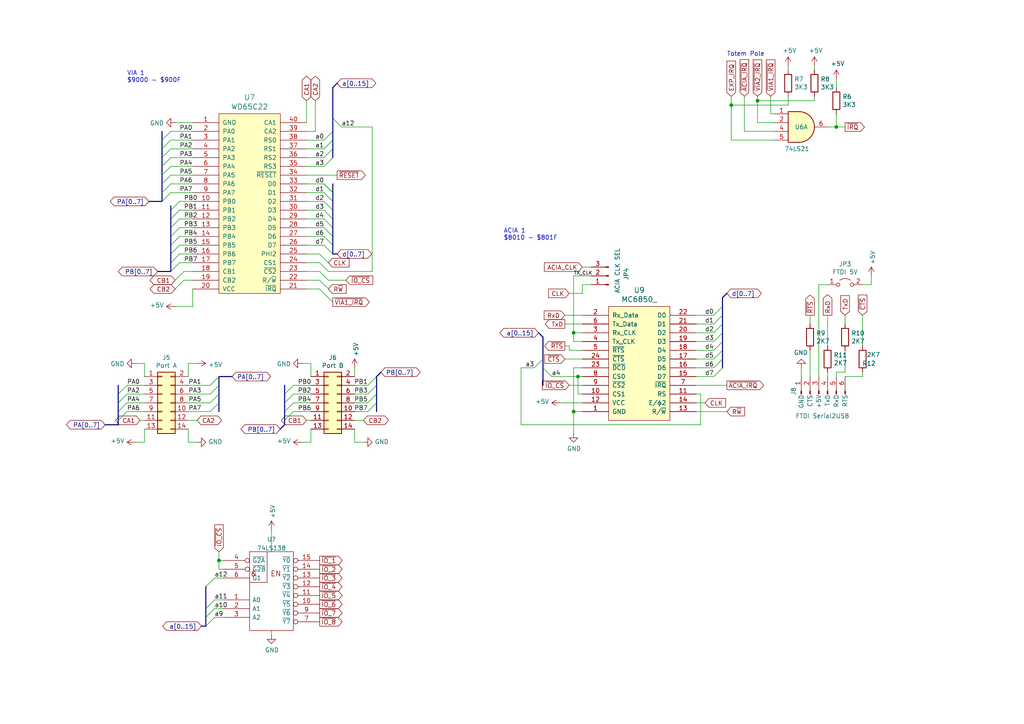
<source format=kicad_sch>
(kicad_sch (version 20211123) (generator eeschema)
  (paper "A4")
  (title_block (title "YAsixfive02 SBC") (date "2022-10-11") (rev "1.5.3") (company "(c) Mariano Luna"))
  (lib_symbols
    (symbol "65xx:MC6850_" (pin_names (offset 1.016))
      (property "Reference" "U" (at 0 -19.05 0))
      (property "Value" "MC6850_" (at 0 -6.35 90))
      (symbol "MC6850__0_1"
        (rectangle (start -8.89 16.51) (end 8.89 -16.51) (fill (type background)))
      )
      (symbol "MC6850__1_1"
        (pin power_in line (at -16.51 -13.97 0) (length 7.62) (name "GND") (number "1"))
        (pin input line (at -16.51 -8.89 0) (length 7.62) (name "CS1") (number "10"))
        (pin input line (at 16.51 -8.89 180) (length 7.62) (name "RS") (number "11"))
        (pin power_in line (at -16.51 -11.43 0) (length 7.62) (name "VCC") (number "12"))
        (pin input line (at 16.51 -13.97 180) (length 7.62) (name "R/~{W}") (number "13"))
        (pin input line (at 16.51 -11.43 180) (length 7.62) (name "E/ϕ2") (number "14"))
        (pin bidirectional line (at 16.51 -3.81 180) (length 7.62) (name "D7") (number "15"))
        (pin bidirectional line (at 16.51 -1.27 180) (length 7.62) (name "D6") (number "16"))
        (pin bidirectional line (at 16.51 1.27 180) (length 7.62) (name "D5") (number "17"))
        (pin bidirectional line (at 16.51 3.81 180) (length 7.62) (name "D4") (number "18"))
        (pin bidirectional line (at 16.51 6.35 180) (length 7.62) (name "D3") (number "19"))
        (pin input line (at -16.51 13.97 0) (length 7.62) (name "Rx_Data") (number "2"))
        (pin bidirectional line (at 16.51 8.89 180) (length 7.62) (name "D2") (number "20"))
        (pin bidirectional line (at 16.51 11.43 180) (length 7.62) (name "D1") (number "21"))
        (pin bidirectional line (at 16.51 13.97 180) (length 7.62) (name "D0") (number "22"))
        (pin input line (at -16.51 -1.27 0) (length 7.62) (name "~{DCD}") (number "23"))
        (pin bidirectional line (at -16.51 1.27 0) (length 7.62) (name "~{CTS}") (number "24"))
        (pin input line (at -16.51 8.89 0) (length 7.62) (name "Rx_CLK") (number "3"))
        (pin input line (at -16.51 6.35 0) (length 7.62) (name "Tx_CLK") (number "4"))
        (pin input line (at -16.51 3.81 0) (length 7.62) (name "~{RTS}") (number "5"))
        (pin output line (at -16.51 11.43 0) (length 7.62) (name "Tx_Data") (number "6"))
        (pin output line (at 16.51 -6.35 180) (length 7.62) (name "~{IRQ}") (number "7"))
        (pin input line (at -16.51 -3.81 0) (length 7.62) (name "CS0") (number "8"))
        (pin input line (at -16.51 -6.35 0) (length 7.62) (name "~{CS2}") (number "9"))
      )
    )
    (symbol "65xx:WD65C22" (pin_names (offset 1.016))
      (property "Reference" "U" (at 0 -29.21 0))
      (property "Value" "WD65C22" (at 0 -2.54 90))
      (symbol "WD65C22_0_1"
        (rectangle (start -8.89 25.4) (end 8.89 -26.67) (fill (type background)))
      )
      (symbol "WD65C22_1_1"
        (pin power_in line (at -16.51 22.86 0) (length 7.62) (name "GND") (number "1"))
        (pin bidirectional line (at -16.51 0 0) (length 7.62) (name "PB0") (number "10"))
        (pin bidirectional line (at -16.51 -2.54 0) (length 7.62) (name "PB1") (number "11"))
        (pin bidirectional line (at -16.51 -5.08 0) (length 7.62) (name "PB2") (number "12"))
        (pin bidirectional line (at -16.51 -7.62 0) (length 7.62) (name "PB3") (number "13"))
        (pin bidirectional line (at -16.51 -10.16 0) (length 7.62) (name "PB4") (number "14"))
        (pin bidirectional line (at -16.51 -12.7 0) (length 7.62) (name "PB5") (number "15"))
        (pin bidirectional line (at -16.51 -15.24 0) (length 7.62) (name "PB6") (number "16"))
        (pin bidirectional line (at -16.51 -17.78 0) (length 7.62) (name "PB7") (number "17"))
        (pin bidirectional line (at -16.51 -20.32 0) (length 7.62) (name "CB1") (number "18"))
        (pin output line (at -16.51 -22.86 0) (length 7.62) (name "CB2") (number "19"))
        (pin bidirectional line (at -16.51 20.32 0) (length 7.62) (name "PA0") (number "2"))
        (pin power_in line (at -16.51 -25.4 0) (length 7.62) (name "VCC") (number "20"))
        (pin output line (at 16.51 -25.4 180) (length 7.62) (name "~{IRQ}") (number "21"))
        (pin input line (at 16.51 -22.86 180) (length 7.62) (name "R/~{W}") (number "22"))
        (pin input line (at 16.51 -20.32 180) (length 7.62) (name "~{CS2}") (number "23"))
        (pin input line (at 16.51 -17.78 180) (length 7.62) (name "CS1") (number "24"))
        (pin input line (at 16.51 -15.24 180) (length 7.62) (name "PHI2") (number "25"))
        (pin tri_state line (at 16.51 -12.7 180) (length 7.62) (name "D7") (number "26"))
        (pin tri_state line (at 16.51 -10.16 180) (length 7.62) (name "D6") (number "27"))
        (pin tri_state line (at 16.51 -7.62 180) (length 7.62) (name "D5") (number "28"))
        (pin tri_state line (at 16.51 -5.08 180) (length 7.62) (name "D4") (number "29"))
        (pin bidirectional line (at -16.51 17.78 0) (length 7.62) (name "PA1") (number "3"))
        (pin tri_state line (at 16.51 -2.54 180) (length 7.62) (name "D3") (number "30"))
        (pin tri_state line (at 16.51 0 180) (length 7.62) (name "D2") (number "31"))
        (pin tri_state line (at 16.51 2.54 180) (length 7.62) (name "D1") (number "32"))
        (pin tri_state line (at 16.51 5.08 180) (length 7.62) (name "D0") (number "33"))
        (pin input line (at 16.51 7.62 180) (length 7.62) (name "~{RESET}") (number "34"))
        (pin input line (at 16.51 10.16 180) (length 7.62) (name "RS3") (number "35"))
        (pin input line (at 16.51 12.7 180) (length 7.62) (name "RS2") (number "36"))
        (pin input line (at 16.51 15.24 180) (length 7.62) (name "RS1") (number "37"))
        (pin input line (at 16.51 17.78 180) (length 7.62) (name "RS0") (number "38"))
        (pin bidirectional line (at 16.51 20.32 180) (length 7.62) (name "CA2") (number "39"))
        (pin bidirectional line (at -16.51 15.24 0) (length 7.62) (name "PA2") (number "4"))
        (pin bidirectional line (at 16.51 22.86 180) (length 7.62) (name "CA1") (number "40"))
        (pin bidirectional line (at -16.51 12.7 0) (length 7.62) (name "PA3") (number "5"))
        (pin bidirectional line (at -16.51 10.16 0) (length 7.62) (name "PA4") (number "6"))
        (pin bidirectional line (at -16.51 7.62 0) (length 7.62) (name "PA5") (number "7"))
        (pin bidirectional line (at -16.51 5.08 0) (length 7.62) (name "PA6") (number "8"))
        (pin bidirectional line (at -16.51 2.54 0) (length 7.62) (name "PA7") (number "9"))
      )
    )
    (symbol "74xx:74LS21" (pin_names (offset 1.016))
      (property "Reference" "U" (at 0 1.27 0))
      (property "Value" "74LS21" (at 0 -1.27 0))
      (symbol "74LS21_1_1"
        (arc (start -0.635 -4.445) (mid 3.81 0) (end -0.635 4.445) (stroke (width 0.254)) (fill (type background)))
        (polyline (pts (xy -0.635 4.445) (xy -3.81 4.445) (xy -3.81 -4.445) (xy -0.635 -4.445)) (stroke (width 0.254)) (fill (type background)))
        (pin input line (at -7.62 3.81 0) (length 3.81) (name "~") (number "1"))
        (pin input line (at -7.62 1.27 0) (length 3.81) (name "~") (number "2"))
        (pin input line (at -7.62 -1.27 0) (length 3.81) (name "~") (number "4"))
        (pin input line (at -7.62 -3.81 0) (length 3.81) (name "~") (number "5"))
        (pin output line (at 7.62 0 180) (length 3.81) (name "~") (number "6"))
      )
      (symbol "74LS21_1_2"
        (arc (start -3.81 -4.445) (mid -2.5908 0) (end -3.81 4.445) (stroke (width 0.254)))
        (arc (start -0.6096 -4.445) (mid 2.2246 -2.8422) (end 3.81 0) (stroke (width 0.254)) (fill (type background)))
        (polyline (pts (xy -3.81 -4.445) (xy -0.635 -4.445)) (stroke (width 0.254)) (fill (type background)))
        (polyline (pts (xy -3.81 4.445) (xy -0.635 4.445)) (stroke (width 0.254)) (fill (type background)))
        (polyline (pts (xy -0.635 4.445) (xy -3.81 4.445) (xy -3.81 4.445) (xy -3.6322 4.0894) (xy -3.0988 2.921) (xy -2.7686 1.6764) (xy -2.6162 0.4318) (xy -2.6416 -0.8636) (xy -2.8702 -2.1082) (xy -3.2512 -3.3274) (xy -3.81 -4.445) (xy -3.81 -4.445) (xy -0.635 -4.445)) (stroke (width -25.4)) (fill (type background)))
        (arc (start 3.81 0) (mid 2.2204 2.8379) (end -0.6096 4.445) (stroke (width 0.254)) (fill (type background)))
        (pin input inverted (at -7.62 3.81 0) (length 3.81) (name "~") (number "1"))
        (pin input inverted (at -7.62 1.27 0) (length 4.826) (name "~") (number "2"))
        (pin input inverted (at -7.62 -1.27 0) (length 4.826) (name "~") (number "4"))
        (pin input inverted (at -7.62 -3.81 0) (length 3.81) (name "~") (number "5"))
        (pin output inverted (at 7.62 0 180) (length 3.81) (name "~") (number "6"))
      )
      (symbol "74LS21_2_1"
        (arc (start -0.635 -4.445) (mid 3.81 0) (end -0.635 4.445) (stroke (width 0.254)) (fill (type background)))
        (polyline (pts (xy -0.635 4.445) (xy -3.81 4.445) (xy -3.81 -4.445) (xy -0.635 -4.445)) (stroke (width 0.254)) (fill (type background)))
        (pin input line (at -7.62 1.27 0) (length 3.81) (name "~") (number "10"))
        (pin input line (at -7.62 -1.27 0) (length 3.81) (name "~") (number "12"))
        (pin input line (at -7.62 -3.81 0) (length 3.81) (name "~") (number "13"))
        (pin output line (at 7.62 0 180) (length 3.81) (name "~") (number "8"))
        (pin input line (at -7.62 3.81 0) (length 3.81) (name "~") (number "9"))
      )
      (symbol "74LS21_2_2"
        (arc (start -3.81 -4.445) (mid -2.5908 0) (end -3.81 4.445) (stroke (width 0.254)))
        (arc (start -0.6096 -4.445) (mid 2.2246 -2.8422) (end 3.81 0) (stroke (width 0.254)) (fill (type background)))
        (polyline (pts (xy -3.81 -4.445) (xy -0.635 -4.445)) (stroke (width 0.254)) (fill (type background)))
        (polyline (pts (xy -3.81 4.445) (xy -0.635 4.445)) (stroke (width 0.254)) (fill (type background)))
        (polyline (pts (xy -0.635 4.445) (xy -3.81 4.445) (xy -3.81 4.445) (xy -3.6322 4.0894) (xy -3.0988 2.921) (xy -2.7686 1.6764) (xy -2.6162 0.4318) (xy -2.6416 -0.8636) (xy -2.8702 -2.1082) (xy -3.2512 -3.3274) (xy -3.81 -4.445) (xy -3.81 -4.445) (xy -0.635 -4.445)) (stroke (width -25.4)) (fill (type background)))
        (arc (start 3.81 0) (mid 2.2204 2.8379) (end -0.6096 4.445) (stroke (width 0.254)) (fill (type background)))
        (pin input inverted (at -7.62 1.27 0) (length 4.826) (name "~") (number "10"))
        (pin input inverted (at -7.62 -1.27 0) (length 4.826) (name "~") (number "12"))
        (pin input inverted (at -7.62 -3.81 0) (length 3.81) (name "~") (number "13"))
        (pin output inverted (at 7.62 0 180) (length 3.81) (name "~") (number "8"))
        (pin input inverted (at -7.62 3.81 0) (length 3.81) (name "~") (number "9"))
      )
      (symbol "74LS21_3_0"
        (pin power_in line (at 0 12.7 270) (length 5.08) (name "VCC") (number "14"))
        (pin power_in line (at 0 -12.7 90) (length 5.08) (name "GND") (number "7"))
      )
      (symbol "74LS21_3_1"
        (rectangle (start -5.08 7.62) (end 5.08 -7.62) (stroke (width 0.254)) (fill (type background)))
      )
    )
    (symbol "74xx_IEEE:74LS138" (pin_names (offset 0.762))
      (property "Reference" "U" (at 3.81 8.89 0))
      (property "Value" "74LS138" (at 8.89 -16.51 0))
      (symbol "74LS138_0_0"
        (polyline (pts (xy -1.27 7.62) (xy -1.27 -1.27) (xy -6.35 -1.27) (xy -6.35 -1.27)))
        (text "&" (at -5.08 1.27 0) (effects (font (size 1.524 1.524))))
        (text "EN" (at 1.27 1.27 0) (effects (font (size 1.524 1.524))))
        (pin power_in line (at 0 7.62 270) (length 0) hide (name "VCC") (number "16"))
      )
      (symbol "74LS138_0_1"
        (rectangle (start -6.35 7.62) (end 6.35 -15.24))
      )
      (symbol "74LS138_1_1"
        (pin input line (at -13.97 -6.35 0) (length 7.62) (name "A0") (number "1"))
        (pin output inverted (at 13.97 -7.62 180) (length 7.62) (name "~{Y5}") (number "10"))
        (pin output inverted (at 13.97 -5.08 180) (length 7.62) (name "~{Y4}") (number "11"))
        (pin output inverted (at 13.97 -2.54 180) (length 7.62) (name "~{Y3}") (number "12"))
        (pin output inverted (at 13.97 0 180) (length 7.62) (name "~{Y2}") (number "13"))
        (pin output inverted (at 13.97 2.54 180) (length 7.62) (name "~{Y1}") (number "14"))
        (pin output inverted (at 13.97 5.08 180) (length 7.62) (name "~{Y0}") (number "15"))
        (pin input line (at -13.97 -8.89 0) (length 7.62) (name "A1") (number "2"))
        (pin input line (at -13.97 -11.43 0) (length 7.62) (name "A2") (number "3"))
        (pin input inverted (at -13.97 5.08 0) (length 7.62) (name "~{G2A}") (number "4"))
        (pin input inverted (at -13.97 2.54 0) (length 7.62) (name "~{G2B}") (number "5"))
        (pin input line (at -13.97 0 0) (length 7.62) (name "G1") (number "6"))
        (pin output inverted (at 13.97 -12.7 180) (length 7.62) (name "~{Y7}") (number "7"))
        (pin power_in line (at 0 -15.24 90) (length 0) hide (name "GND") (number "8"))
        (pin output inverted (at 13.97 -10.16 180) (length 7.62) (name "~{Y6}") (number "9"))
      )
    )
    (symbol "Connector:Conn_01x03_Male" (pin_names (offset 1.016) hide)
      (property "Reference" "J" (at 0 5.08 0))
      (property "Value" "Conn_01x03_Male" (at 0 -5.08 0))
      (symbol "Conn_01x03_Male_1_1"
        (polyline (pts (xy 1.27 -2.54) (xy 0.8636 -2.54)) (stroke (width 0.1524)))
        (polyline (pts (xy 1.27 0) (xy 0.8636 0)) (stroke (width 0.1524)))
        (polyline (pts (xy 1.27 2.54) (xy 0.8636 2.54)) (stroke (width 0.1524)))
        (rectangle (start 0.8636 -2.413) (end 0 -2.667) (stroke (width 0.1524)) (fill (type outline)))
        (rectangle (start 0.8636 0.127) (end 0 -0.127) (stroke (width 0.1524)) (fill (type outline)))
        (rectangle (start 0.8636 2.667) (end 0 2.413) (stroke (width 0.1524)) (fill (type outline)))
        (pin passive line (at 5.08 2.54 180) (length 3.81) (name "Pin_1") (number "1"))
        (pin passive line (at 5.08 0 180) (length 3.81) (name "Pin_2") (number "2"))
        (pin passive line (at 5.08 -2.54 180) (length 3.81) (name "Pin_3") (number "3"))
      )
    )
    (symbol "Connector_Generic:Conn_02x07_Odd_Even" (pin_names (offset 1.016) hide)
      (property "Reference" "J" (at 1.27 10.16 0))
      (property "Value" "Conn_02x07_Odd_Even" (at 1.27 -10.16 0))
      (symbol "Conn_02x07_Odd_Even_1_1"
        (rectangle (start -1.27 -7.493) (end 0 -7.747) (stroke (width 0.1524)))
        (rectangle (start -1.27 -4.953) (end 0 -5.207) (stroke (width 0.1524)))
        (rectangle (start -1.27 -2.413) (end 0 -2.667) (stroke (width 0.1524)))
        (rectangle (start -1.27 0.127) (end 0 -0.127) (stroke (width 0.1524)))
        (rectangle (start -1.27 2.667) (end 0 2.413) (stroke (width 0.1524)))
        (rectangle (start -1.27 5.207) (end 0 4.953) (stroke (width 0.1524)))
        (rectangle (start -1.27 7.747) (end 0 7.493) (stroke (width 0.1524)))
        (rectangle (start -1.27 8.89) (end 3.81 -8.89) (stroke (width 0.254)) (fill (type background)))
        (rectangle (start 3.81 -7.493) (end 2.54 -7.747) (stroke (width 0.1524)))
        (rectangle (start 3.81 -4.953) (end 2.54 -5.207) (stroke (width 0.1524)))
        (rectangle (start 3.81 -2.413) (end 2.54 -2.667) (stroke (width 0.1524)))
        (rectangle (start 3.81 0.127) (end 2.54 -0.127) (stroke (width 0.1524)))
        (rectangle (start 3.81 2.667) (end 2.54 2.413) (stroke (width 0.1524)))
        (rectangle (start 3.81 5.207) (end 2.54 4.953) (stroke (width 0.1524)))
        (rectangle (start 3.81 7.747) (end 2.54 7.493) (stroke (width 0.1524)))
        (pin passive line (at -5.08 7.62 0) (length 3.81) (name "Pin_1") (number "1"))
        (pin passive line (at 7.62 -2.54 180) (length 3.81) (name "Pin_10") (number "10"))
        (pin passive line (at -5.08 -5.08 0) (length 3.81) (name "Pin_11") (number "11"))
        (pin passive line (at 7.62 -5.08 180) (length 3.81) (name "Pin_12") (number "12"))
        (pin passive line (at -5.08 -7.62 0) (length 3.81) (name "Pin_13") (number "13"))
        (pin passive line (at 7.62 -7.62 180) (length 3.81) (name "Pin_14") (number "14"))
        (pin passive line (at 7.62 7.62 180) (length 3.81) (name "Pin_2") (number "2"))
        (pin passive line (at -5.08 5.08 0) (length 3.81) (name "Pin_3") (number "3"))
        (pin passive line (at 7.62 5.08 180) (length 3.81) (name "Pin_4") (number "4"))
        (pin passive line (at -5.08 2.54 0) (length 3.81) (name "Pin_5") (number "5"))
        (pin passive line (at 7.62 2.54 180) (length 3.81) (name "Pin_6") (number "6"))
        (pin passive line (at -5.08 0 0) (length 3.81) (name "Pin_7") (number "7"))
        (pin passive line (at 7.62 0 180) (length 3.81) (name "Pin_8") (number "8"))
        (pin passive line (at -5.08 -2.54 0) (length 3.81) (name "Pin_9") (number "9"))
      )
    )
    (symbol "Device:R" (pin_numbers hide) (pin_names (offset 0))
      (property "Reference" "R" (at 2.032 0 90))
      (property "Value" "R" (at 0 0 90))
      (symbol "R_0_1"
        (rectangle (start -1.016 -2.54) (end 1.016 2.54) (stroke (width 0.254)))
      )
      (symbol "R_1_1"
        (pin passive line (at 0 3.81 270) (length 1.27) (name "~") (number "1"))
        (pin passive line (at 0 -3.81 90) (length 1.27) (name "~") (number "2"))
      )
    )
    (symbol "Jumper:Jumper_2_Open" (pin_names (offset 0) hide)
      (property "Reference" "JP" (at 0 2.794 0))
      (property "Value" "Jumper_2_Open" (at 0 -2.286 0))
      (symbol "Jumper_2_Open_0_0"
        (circle (center -2.032 0) (radius 0.508))
        (circle (center 2.032 0) (radius 0.508))
      )
      (symbol "Jumper_2_Open_0_1"
        (arc (start 1.524 1.27) (mid 0 1.778) (end -1.524 1.27))
      )
      (symbol "Jumper_2_Open_1_1"
        (pin passive line (at -5.08 0 0) (length 2.54) (name "A") (number "1"))
        (pin passive line (at 5.08 0 180) (length 2.54) (name "B") (number "2"))
      )
    )
    (symbol "YAsixtyfive02-rescue:FTDI_Conn_01x06_Male-Connector" (pin_names (offset 1.397))
      (property "Reference" "J" (at 0 7.62 0))
      (property "Value" "FTDI_Conn_01x06_Male-Connector" (at 0 -10.16 0))
      (symbol "FTDI_Conn_01x06_Male-Connector_1_1"
        (polyline (pts (xy 1.27 -7.62) (xy 0.8636 -7.62)) (stroke (width 0.1524)))
        (polyline (pts (xy 1.27 -5.08) (xy 0.8636 -5.08)) (stroke (width 0.1524)))
        (polyline (pts (xy 1.27 -2.54) (xy 0.8636 -2.54)) (stroke (width 0.1524)))
        (polyline (pts (xy 1.27 0) (xy 0.8636 0)) (stroke (width 0.1524)))
        (polyline (pts (xy 1.27 2.54) (xy 0.8636 2.54)) (stroke (width 0.1524)))
        (polyline (pts (xy 1.27 5.08) (xy 0.8636 5.08)) (stroke (width 0.1524)))
        (rectangle (start 0.8636 -7.493) (end 0 -7.747) (stroke (width 0.1524)) (fill (type outline)))
        (rectangle (start 0.8636 -4.953) (end 0 -5.207) (stroke (width 0.1524)) (fill (type outline)))
        (rectangle (start 0.8636 -2.413) (end 0 -2.667) (stroke (width 0.1524)) (fill (type outline)))
        (rectangle (start 0.8636 0.127) (end 0 -0.127) (stroke (width 0.1524)) (fill (type outline)))
        (rectangle (start 0.8636 2.667) (end 0 2.413) (stroke (width 0.1524)) (fill (type outline)))
        (rectangle (start 0.8636 5.207) (end 0 4.953) (stroke (width 0.1524)) (fill (type outline)))
        (pin passive line (at 5.08 5.08 180) (length 3.81) (name "GND") (number "1"))
        (pin input line (at 5.08 2.54 180) (length 3.81) (name "CTS") (number "2"))
        (pin passive line (at 5.08 0 180) (length 3.81) (name "+5V") (number "3"))
        (pin output line (at 5.08 -2.54 180) (length 3.81) (name "TxD") (number "4"))
        (pin input line (at 5.08 -5.08 180) (length 3.81) (name "RxD") (number "5"))
        (pin output line (at 5.08 -7.62 180) (length 3.81) (name "RTS") (number "6"))
      )
    )
    (symbol "power:+5V" (power) (pin_names (offset 0))
      (property "Value" "+5V" (at 0 3.556 0))
      (symbol "+5V_0_1"
        (polyline (pts (xy -0.762 1.27) (xy 0 2.54)))
        (polyline (pts (xy 0 0) (xy 0 2.54)))
        (polyline (pts (xy 0 2.54) (xy 0.762 1.27)))
      )
      (symbol "+5V_1_1"
        (pin power_in line (at 0 0 90) (length 0) hide (name "+5V") (number "1"))
      )
    )
    (symbol "power:GND" (power) (pin_names (offset 0))
      (property "Value" "GND" (at 0 -3.81 0))
      (symbol "GND_0_1"
        (polyline (pts (xy 0 0) (xy 0 -1.27) (xy 1.27 -1.27) (xy 0 -2.54) (xy -1.27 -1.27) (xy 0 -1.27)))
      )
      (symbol "GND_1_1"
        (pin power_in line (at 0 0 270) (length 0) hide (name "GND") (number "1"))
      )
    )
  )
  (junction (at 167.64 109.22))
  (junction (at 166.37 119.38))
  (junction (at 219.71 29.21))
  (junction (at 212.09 30.48))
  (junction (at 242.57 36.83))
  (junction (at 166.37 96.52))
  (junction (at 63.5 162.56))
  (bus_entry (at 46.99 55.88) (size 2.54 -2.54))
  (bus_entry (at 207.01 104.14) (size 2.54 -2.54))
  (bus_entry (at 207.01 106.68) (size 2.54 -2.54))
  (bus_entry (at 63.5 114.3) (size -2.54 2.54))
  (bus_entry (at 34.29 114.3) (size 2.54 -2.54))
  (bus_entry (at 34.29 116.84) (size 2.54 -2.54))
  (bus_entry (at 207.01 91.44) (size 2.54 -2.54))
  (bus_entry (at 109.22 109.22) (size -2.54 2.54))
  (bus_entry (at 46.99 48.26) (size 2.54 -2.54))
  (bus_entry (at 34.29 121.92) (size 2.54 -2.54))
  (bus_entry (at 63.5 111.76) (size -2.54 2.54))
  (bus_entry (at 49.53 73.66) (size 2.54 -2.54))
  (bus_entry (at 49.53 63.5) (size 2.54 -2.54))
  (bus_entry (at 49.53 76.2) (size 2.54 -2.54))
  (bus_entry (at 93.98 48.26) (size 2.54 -2.54))
  (bus_entry (at 109.22 111.76) (size -2.54 2.54))
  (bus_entry (at 82.55 116.84) (size 2.54 -2.54))
  (bus_entry (at 59.69 181.61) (size 2.54 -2.54))
  (bus_entry (at 96.52 34.29) (size 2.54 2.54))
  (bus_entry (at 93.98 60.96) (size 2.54 2.54))
  (bus_entry (at 82.55 114.3) (size 2.54 -2.54))
  (bus_entry (at 49.53 66.04) (size 2.54 -2.54))
  (bus_entry (at 93.98 58.42) (size 2.54 2.54))
  (bus_entry (at 93.98 63.5) (size 2.54 2.54))
  (bus_entry (at 207.01 109.22) (size 2.54 -2.54))
  (bus_entry (at 93.98 45.72) (size 2.54 -2.54))
  (bus_entry (at 154.94 106.68) (size 2.54 -2.54))
  (bus_entry (at 46.99 58.42) (size 2.54 -2.54))
  (bus_entry (at 109.22 114.3) (size -2.54 2.54))
  (bus_entry (at 59.69 170.18) (size 2.54 -2.54))
  (bus_entry (at 59.69 176.53) (size 2.54 -2.54))
  (bus_entry (at 59.69 179.07) (size 2.54 -2.54))
  (bus_entry (at 93.98 68.58) (size 2.54 2.54))
  (bus_entry (at 49.53 68.58) (size 2.54 -2.54))
  (bus_entry (at 109.22 116.84) (size -2.54 2.54))
  (bus_entry (at 93.98 53.34) (size 2.54 2.54))
  (bus_entry (at 93.98 53.34) (size 2.54 2.54))
  (bus_entry (at 46.99 43.18) (size 2.54 -2.54))
  (bus_entry (at 93.98 40.64) (size 2.54 -2.54))
  (bus_entry (at 82.55 121.92) (size 2.54 -2.54))
  (bus_entry (at 207.01 99.06) (size 2.54 -2.54))
  (bus_entry (at 207.01 96.52) (size 2.54 -2.54))
  (bus_entry (at 49.53 71.12) (size 2.54 -2.54))
  (bus_entry (at 46.99 45.72) (size 2.54 -2.54))
  (bus_entry (at 46.99 40.64) (size 2.54 -2.54))
  (bus_entry (at 46.99 53.34) (size 2.54 -2.54))
  (bus_entry (at 93.98 43.18) (size 2.54 -2.54))
  (bus_entry (at 49.53 78.74) (size 2.54 -2.54))
  (bus_entry (at 49.53 60.96) (size 2.54 -2.54))
  (bus_entry (at 63.5 109.22) (size -2.54 2.54))
  (bus_entry (at 207.01 93.98) (size 2.54 -2.54))
  (bus_entry (at 82.55 119.38) (size 2.54 -2.54))
  (bus_entry (at 93.98 71.12) (size 2.54 2.54))
  (bus_entry (at 157.48 106.68) (size 2.54 2.54))
  (bus_entry (at 46.99 50.8) (size 2.54 -2.54))
  (bus_entry (at 63.5 116.84) (size -2.54 2.54))
  (bus_entry (at 93.98 55.88) (size 2.54 2.54))
  (bus_entry (at 207.01 101.6) (size 2.54 -2.54))
  (bus_entry (at 34.29 119.38) (size 2.54 -2.54))
  (bus_entry (at 93.98 66.04) (size 2.54 2.54))
  (wire (pts (xy 102.87 124.46) (xy 102.87 128.27)))
  (bus (pts (xy 63.5 109.22) (xy 63.5 111.76)))
  (wire (pts (xy 62.23 173.99) (xy 64.77 173.99)))
  (wire (pts (xy 168.91 77.47) (xy 171.45 77.47)))
  (wire (pts (xy 52.07 73.66) (xy 55.88 73.66)))
  (wire (pts (xy 102.87 116.84) (xy 106.68 116.84)))
  (bus (pts (xy 157.48 97.79) (xy 156.21 96.52)))
  (wire (pts (xy 245.11 107.95) (xy 245.11 101.6)))
  (bus (pts (xy 96.52 71.12) (xy 96.52 73.66)))
  (bus (pts (xy 30.48 123.19) (xy 34.29 123.19)))
  (bus (pts (xy 96.52 40.64) (xy 96.52 43.18)))
  (wire (pts (xy 90.17 105.41) (xy 87.63 105.41)))
  (wire (pts (xy 102.87 109.22) (xy 102.87 106.68)))
  (bus (pts (xy 49.53 71.12) (xy 49.53 73.66)))
  (wire (pts (xy 95.25 76.2) (xy 92.71 73.66)))
  (bus (pts (xy 96.52 34.29) (xy 96.52 38.1)))
  (bus (pts (xy 96.52 63.5) (xy 96.52 66.04)))
  (wire (pts (xy 90.17 121.92) (xy 88.9 121.92)))
  (wire (pts (xy 88.9 50.8) (xy 97.79 50.8)))
  (wire (pts (xy 88.9 38.1) (xy 91.44 38.1)))
  (wire (pts (xy 49.53 43.18) (xy 55.88 43.18)))
  (bus (pts (xy 96.52 53.34) (xy 96.52 55.88)))
  (bus (pts (xy 46.99 48.26) (xy 46.99 50.8)))
  (bus (pts (xy 63.5 114.3) (xy 63.5 116.84)))
  (wire (pts (xy 165.1 85.09) (xy 168.91 85.09)))
  (wire (pts (xy 201.93 111.76) (xy 210.82 111.76)))
  (wire (pts (xy 88.9 71.12) (xy 93.98 71.12)))
  (bus (pts (xy 34.29 114.3) (xy 34.29 116.84)))
  (wire (pts (xy 49.53 38.1) (xy 55.88 38.1)))
  (wire (pts (xy 168.91 93.98) (xy 163.83 93.98)))
  (wire (pts (xy 92.71 76.2) (xy 95.25 78.74)))
  (bus (pts (xy 96.52 58.42) (xy 96.52 60.96)))
  (wire (pts (xy 60.96 111.76) (xy 54.61 111.76)))
  (bus (pts (xy 109.22 109.22) (xy 110.49 107.95)))
  (wire (pts (xy 242.57 109.22) (xy 242.57 107.95)))
  (wire (pts (xy 107.95 78.74) (xy 107.95 36.83)))
  (wire (pts (xy 215.9 27.94) (xy 215.9 38.1)))
  (wire (pts (xy 207.01 99.06) (xy 201.93 99.06)))
  (bus (pts (xy 96.52 73.66) (xy 97.79 73.66)))
  (wire (pts (xy 107.95 36.83) (xy 99.06 36.83)))
  (wire (pts (xy 219.71 35.56) (xy 224.79 35.56)))
  (wire (pts (xy 41.91 105.41) (xy 39.37 105.41)))
  (wire (pts (xy 88.9 76.2) (xy 92.71 76.2)))
  (bus (pts (xy 49.53 68.58) (xy 49.53 71.12)))
  (wire (pts (xy 237.49 82.55) (xy 237.49 109.22)))
  (wire (pts (xy 201.93 116.84) (xy 204.47 116.84)))
  (wire (pts (xy 234.95 101.6) (xy 234.95 109.22)))
  (wire (pts (xy 242.57 33.02) (xy 242.57 36.83)))
  (wire (pts (xy 166.37 96.52) (xy 168.91 96.52)))
  (wire (pts (xy 219.71 29.21) (xy 219.71 35.56)))
  (wire (pts (xy 63.5 162.56) (xy 64.77 162.56)))
  (wire (pts (xy 236.22 20.32) (xy 236.22 19.05)))
  (wire (pts (xy 168.91 106.68) (xy 166.37 106.68)))
  (bus (pts (xy 157.48 104.14) (xy 157.48 106.68)))
  (wire (pts (xy 92.71 83.82) (xy 96.52 87.63)))
  (bus (pts (xy 49.53 76.2) (xy 49.53 78.74)))
  (wire (pts (xy 168.91 114.3) (xy 167.64 114.3)))
  (wire (pts (xy 49.53 45.72) (xy 55.88 45.72)))
  (bus (pts (xy 46.99 38.1) (xy 46.99 40.64)))
  (wire (pts (xy 88.9 68.58) (xy 93.98 68.58)))
  (wire (pts (xy 250.19 82.55) (xy 252.73 82.55)))
  (wire (pts (xy 57.15 128.27) (xy 54.61 128.27)))
  (wire (pts (xy 219.71 27.94) (xy 219.71 29.21)))
  (wire (pts (xy 228.6 20.32) (xy 228.6 19.05)))
  (bus (pts (xy 209.55 93.98) (xy 209.55 96.52)))
  (bus (pts (xy 59.69 179.07) (xy 59.69 176.53)))
  (wire (pts (xy 240.03 82.55) (xy 237.49 82.55)))
  (wire (pts (xy 88.9 81.28) (xy 92.71 81.28)))
  (bus (pts (xy 82.55 119.38) (xy 82.55 121.92)))
  (wire (pts (xy 240.03 91.44) (xy 240.03 100.33)))
  (wire (pts (xy 168.91 119.38) (xy 166.37 119.38)))
  (wire (pts (xy 90.17 124.46) (xy 90.17 128.27)))
  (wire (pts (xy 88.9 78.74) (xy 92.71 78.74)))
  (wire (pts (xy 49.53 50.8) (xy 55.88 50.8)))
  (wire (pts (xy 55.88 88.9) (xy 55.88 83.82)))
  (wire (pts (xy 228.6 27.94) (xy 228.6 30.48)))
  (wire (pts (xy 88.9 83.82) (xy 92.71 83.82)))
  (wire (pts (xy 52.07 66.04) (xy 55.88 66.04)))
  (bus (pts (xy 59.69 179.07) (xy 59.69 181.61)))
  (wire (pts (xy 212.09 27.94) (xy 212.09 30.48)))
  (wire (pts (xy 163.83 100.33) (xy 165.1 100.33)))
  (bus (pts (xy 34.29 111.76) (xy 34.29 114.3)))
  (wire (pts (xy 240.03 36.83) (xy 242.57 36.83)))
  (wire (pts (xy 245.11 109.22) (xy 250.19 109.22)))
  (wire (pts (xy 201.93 119.38) (xy 210.82 119.38)))
  (wire (pts (xy 64.77 165.1) (xy 63.5 165.1)))
  (bus (pts (xy 209.55 86.36) (xy 209.55 88.9)))
  (bus (pts (xy 67.31 109.22) (xy 63.5 109.22)))
  (wire (pts (xy 207.01 93.98) (xy 201.93 93.98)))
  (wire (pts (xy 54.61 121.92) (xy 57.15 121.92)))
  (bus (pts (xy 49.53 78.74) (xy 45.72 78.74)))
  (bus (pts (xy 157.48 97.79) (xy 157.48 104.14)))
  (wire (pts (xy 85.09 111.76) (xy 90.17 111.76)))
  (wire (pts (xy 168.91 109.22) (xy 167.64 109.22)))
  (bus (pts (xy 49.53 73.66) (xy 49.53 76.2)))
  (wire (pts (xy 168.91 85.09) (xy 168.91 82.55)))
  (wire (pts (xy 88.9 40.64) (xy 93.98 40.64)))
  (wire (pts (xy 36.83 119.38) (xy 41.91 119.38)))
  (wire (pts (xy 62.23 176.53) (xy 64.77 176.53)))
  (wire (pts (xy 52.07 76.2) (xy 55.88 76.2)))
  (bus (pts (xy 46.99 53.34) (xy 46.99 55.88)))
  (wire (pts (xy 203.2 123.19) (xy 203.2 114.3)))
  (bus (pts (xy 96.52 60.96) (xy 96.52 63.5)))
  (wire (pts (xy 228.6 30.48) (xy 212.09 30.48)))
  (wire (pts (xy 223.52 33.02) (xy 224.79 33.02)))
  (wire (pts (xy 63.5 165.1) (xy 63.5 162.56)))
  (wire (pts (xy 49.53 40.64) (xy 55.88 40.64)))
  (bus (pts (xy 96.52 66.04) (xy 96.52 68.58)))
  (wire (pts (xy 62.23 167.64) (xy 64.77 167.64)))
  (wire (pts (xy 53.34 78.74) (xy 55.88 78.74)))
  (bus (pts (xy 46.99 43.18) (xy 46.99 45.72)))
  (wire (pts (xy 102.87 121.92) (xy 105.41 121.92)))
  (bus (pts (xy 59.69 170.18) (xy 59.69 176.53)))
  (wire (pts (xy 52.07 58.42) (xy 55.88 58.42)))
  (wire (pts (xy 53.34 81.28) (xy 55.88 81.28)))
  (wire (pts (xy 165.1 111.76) (xy 168.91 111.76)))
  (wire (pts (xy 236.22 27.94) (xy 236.22 29.21)))
  (wire (pts (xy 62.23 179.07) (xy 64.77 179.07)))
  (wire (pts (xy 212.09 40.64) (xy 224.79 40.64)))
  (bus (pts (xy 209.55 101.6) (xy 209.55 104.14)))
  (wire (pts (xy 212.09 30.48) (xy 212.09 40.64)))
  (wire (pts (xy 93.98 43.18) (xy 88.9 43.18)))
  (bus (pts (xy 96.52 38.1) (xy 96.52 40.64)))
  (wire (pts (xy 57.15 105.41) (xy 54.61 105.41)))
  (wire (pts (xy 60.96 114.3) (xy 54.61 114.3)))
  (wire (pts (xy 224.79 38.1) (xy 215.9 38.1)))
  (wire (pts (xy 201.93 96.52) (xy 207.01 96.52)))
  (wire (pts (xy 50.8 83.82) (xy 53.34 81.28)))
  (bus (pts (xy 82.55 121.92) (xy 82.55 123.19)))
  (bus (pts (xy 109.22 109.22) (xy 109.22 111.76)))
  (wire (pts (xy 78.74 182.88) (xy 78.74 184.15)))
  (bus (pts (xy 209.55 96.52) (xy 209.55 99.06)))
  (wire (pts (xy 49.53 53.34) (xy 55.88 53.34)))
  (wire (pts (xy 168.91 82.55) (xy 171.45 82.55)))
  (wire (pts (xy 36.83 114.3) (xy 41.91 114.3)))
  (bus (pts (xy 34.29 121.92) (xy 34.29 123.19)))
  (wire (pts (xy 41.91 128.27) (xy 39.37 128.27)))
  (wire (pts (xy 92.71 78.74) (xy 95.25 81.28)))
  (bus (pts (xy 96.52 43.18) (xy 96.52 45.72)))
  (wire (pts (xy 88.9 35.56) (xy 88.9 29.21)))
  (wire (pts (xy 36.83 116.84) (xy 41.91 116.84)))
  (bus (pts (xy 209.55 91.44) (xy 209.55 93.98)))
  (wire (pts (xy 50.8 81.28) (xy 53.34 78.74)))
  (bus (pts (xy 59.69 181.61) (xy 58.42 181.61)))
  (wire (pts (xy 223.52 27.94) (xy 223.52 33.02)))
  (wire (pts (xy 167.64 109.22) (xy 160.02 109.22)))
  (wire (pts (xy 85.09 119.38) (xy 90.17 119.38)))
  (wire (pts (xy 92.71 81.28) (xy 95.25 83.82)))
  (wire (pts (xy 163.83 104.14) (xy 168.91 104.14)))
  (wire (pts (xy 49.53 55.88) (xy 55.88 55.88)))
  (bus (pts (xy 46.99 50.8) (xy 46.99 53.34)))
  (bus (pts (xy 82.55 123.19) (xy 81.28 124.46)))
  (bus (pts (xy 46.99 55.88) (xy 46.99 58.42)))
  (wire (pts (xy 92.71 73.66) (xy 88.9 73.66)))
  (wire (pts (xy 90.17 128.27) (xy 87.63 128.27)))
  (wire (pts (xy 151.13 106.68) (xy 151.13 123.19)))
  (bus (pts (xy 96.52 55.88) (xy 96.52 58.42)))
  (wire (pts (xy 54.61 124.46) (xy 54.61 128.27)))
  (bus (pts (xy 49.53 63.5) (xy 49.53 66.04)))
  (wire (pts (xy 201.93 106.68) (xy 207.01 106.68)))
  (wire (pts (xy 88.9 53.34) (xy 93.98 53.34)))
  (wire (pts (xy 201.93 101.6) (xy 207.01 101.6)))
  (wire (pts (xy 49.53 48.26) (xy 55.88 48.26)))
  (wire (pts (xy 242.57 36.83) (xy 245.11 36.83)))
  (bus (pts (xy 96.52 25.4) (xy 96.52 34.29)))
  (wire (pts (xy 54.61 109.22) (xy 54.61 105.41)))
  (wire (pts (xy 162.56 116.84) (xy 168.91 116.84)))
  (wire (pts (xy 242.57 107.95) (xy 245.11 107.95)))
  (bus (pts (xy 49.53 59.69) (xy 49.53 60.96)))
  (bus (pts (xy 157.48 106.68) (xy 157.48 111.76)))
  (wire (pts (xy 88.9 45.72) (xy 93.98 45.72)))
  (bus (pts (xy 34.29 116.84) (xy 34.29 119.38)))
  (wire (pts (xy 154.94 106.68) (xy 151.13 106.68)))
  (wire (pts (xy 242.57 25.4) (xy 242.57 22.86)))
  (wire (pts (xy 88.9 66.04) (xy 93.98 66.04)))
  (wire (pts (xy 88.9 58.42) (xy 93.98 58.42)))
  (wire (pts (xy 151.13 123.19) (xy 203.2 123.19)))
  (wire (pts (xy 250.19 100.33) (xy 250.19 91.44)))
  (wire (pts (xy 165.1 100.33) (xy 165.1 101.6)))
  (wire (pts (xy 52.07 63.5) (xy 55.88 63.5)))
  (wire (pts (xy 85.09 114.3) (xy 90.17 114.3)))
  (wire (pts (xy 36.83 111.76) (xy 41.91 111.76)))
  (bus (pts (xy 34.29 119.38) (xy 34.29 121.92)))
  (wire (pts (xy 166.37 106.68) (xy 166.37 119.38)))
  (bus (pts (xy 209.55 88.9) (xy 209.55 91.44)))
  (wire (pts (xy 50.8 88.9) (xy 55.88 88.9)))
  (wire (pts (xy 207.01 109.22) (xy 201.93 109.22)))
  (wire (pts (xy 102.87 111.76) (xy 106.68 111.76)))
  (bus (pts (xy 209.55 86.36) (xy 210.82 85.09)))
  (bus (pts (xy 109.22 111.76) (xy 109.22 114.3)))
  (wire (pts (xy 95.25 78.74) (xy 107.95 78.74)))
  (wire (pts (xy 63.5 160.02) (xy 63.5 162.56)))
  (bus (pts (xy 43.18 58.42) (xy 46.99 58.42)))
  (bus (pts (xy 82.55 111.76) (xy 82.55 114.3)))
  (wire (pts (xy 90.17 109.22) (xy 90.17 105.41)))
  (wire (pts (xy 88.9 55.88) (xy 93.98 55.88)))
  (wire (pts (xy 91.44 38.1) (xy 91.44 29.21)))
  (wire (pts (xy 234.95 91.44) (xy 234.95 93.98)))
  (wire (pts (xy 252.73 82.55) (xy 252.73 80.01)))
  (wire (pts (xy 102.87 114.3) (xy 106.68 114.3)))
  (bus (pts (xy 96.52 25.4) (xy 97.79 24.13)))
  (wire (pts (xy 163.83 91.44) (xy 168.91 91.44)))
  (bus (pts (xy 63.5 111.76) (xy 63.5 114.3)))
  (bus (pts (xy 46.99 40.64) (xy 46.99 43.18)))
  (wire (pts (xy 52.07 71.12) (xy 55.88 71.12)))
  (wire (pts (xy 250.19 109.22) (xy 250.19 107.95)))
  (wire (pts (xy 52.07 68.58) (xy 55.88 68.58)))
  (bus (pts (xy 82.55 116.84) (xy 82.55 119.38)))
  (wire (pts (xy 60.96 116.84) (xy 54.61 116.84)))
  (wire (pts (xy 232.41 109.22) (xy 232.41 106.68)))
  (wire (pts (xy 93.98 48.26) (xy 88.9 48.26)))
  (wire (pts (xy 167.64 114.3) (xy 167.64 109.22)))
  (bus (pts (xy 96.52 68.58) (xy 96.52 71.12)))
  (wire (pts (xy 245.11 91.44) (xy 245.11 93.98)))
  (wire (pts (xy 207.01 104.14) (xy 201.93 104.14)))
  (wire (pts (xy 105.41 128.27) (xy 102.87 128.27)))
  (wire (pts (xy 85.09 116.84) (xy 90.17 116.84)))
  (bus (pts (xy 109.22 114.3) (xy 109.22 116.84)))
  (wire (pts (xy 78.74 153.67) (xy 78.74 160.02)))
  (wire (pts (xy 203.2 114.3) (xy 201.93 114.3)))
  (wire (pts (xy 166.37 80.01) (xy 166.37 96.52)))
  (wire (pts (xy 166.37 99.06) (xy 168.91 99.06)))
  (wire (pts (xy 52.07 60.96) (xy 55.88 60.96)))
  (wire (pts (xy 201.93 91.44) (xy 207.01 91.44)))
  (wire (pts (xy 88.9 63.5) (xy 93.98 63.5)))
  (bus (pts (xy 49.53 60.96) (xy 49.53 63.5)))
  (wire (pts (xy 88.9 60.96) (xy 93.98 60.96)))
  (wire (pts (xy 41.91 109.22) (xy 41.91 105.41)))
  (wire (pts (xy 41.91 121.92) (xy 40.64 121.92)))
  (wire (pts (xy 240.03 109.22) (xy 240.03 107.95)))
  (wire (pts (xy 60.96 119.38) (xy 54.61 119.38)))
  (wire (pts (xy 165.1 101.6) (xy 168.91 101.6)))
  (wire (pts (xy 236.22 29.21) (xy 219.71 29.21)))
  (bus (pts (xy 209.55 99.06) (xy 209.55 101.6)))
  (wire (pts (xy 166.37 96.52) (xy 166.37 99.06)))
  (bus (pts (xy 49.53 66.04) (xy 49.53 68.58)))
  (bus (pts (xy 109.22 116.84) (xy 109.22 119.38)))
  (wire (pts (xy 102.87 119.38) (xy 106.68 119.38)))
  (wire (pts (xy 95.25 81.28) (xy 100.33 81.28)))
  (bus (pts (xy 82.55 114.3) (xy 82.55 116.84)))
  (bus (pts (xy 209.55 104.14) (xy 209.55 106.68)))
  (wire (pts (xy 50.8 35.56) (xy 55.88 35.56)))
  (bus (pts (xy 46.99 45.72) (xy 46.99 48.26)))
  (wire (pts (xy 41.91 124.46) (xy 41.91 128.27)))
  (bus (pts (xy 63.5 116.84) (xy 63.5 119.38)))
  (wire (pts (xy 166.37 119.38) (xy 166.37 125.73)))
  (wire (pts (xy 166.37 80.01) (xy 171.45 80.01)))
  (text "VIA 1\n$9000 - $900F" (at 36.83 24.13 0) (effects (font (size 1.27 1.27)) (justify left bottom)))
  (text "ACIA 1\n$8010 - $801F" (at 146.05 69.85 0) (effects (font (size 1.27 1.27)) (justify left bottom)))
  (text "Totem Pole\n" (at 210.82 16.51 0) (effects (font (size 1.27 1.27)) (justify left bottom)))
  (label "d5" (at 204.47 104.14 0))
  (label "PB5" (at 106.68 116.84 180))
  (label "PB7" (at 106.68 119.38 180))
  (label "PB4" (at 86.36 116.84 0))
  (label "PB1" (at 106.68 111.76 180))
  (label "d5" (at 91.44 66.04 0))
  (label "a12" (at 99.06 36.83 0))
  (label "PA2" (at 36.83 114.3 0))
  (label "PB2" (at 53.34 63.5 0))
  (label "d3" (at 204.47 99.06 0))
  (label "d6" (at 204.47 106.68 0))
  (label "d3" (at 91.44 60.96 0))
  (label "PA6" (at 52.07 53.34 0))
  (label "PB5" (at 53.34 71.12 0))
  (label "PB7" (at 53.34 76.2 0))
  (label "d0" (at 204.47 91.44 0))
  (label "PA7" (at 58.42 119.38 180))
  (label "PA1" (at 52.07 40.64 0))
  (label "PA5" (at 58.42 116.84 180))
  (label "PB3" (at 106.68 114.3 180))
  (label "a0" (at 91.44 40.64 0))
  (label "d4" (at 91.44 63.5 0))
  (label "d7" (at 204.47 109.22 0))
  (label "PA3" (at 52.07 45.72 0))
  (label "a12" (at 62.23 167.64 0))
  (label "PB6" (at 86.36 119.38 0))
  (label "PB3" (at 53.34 66.04 0))
  (label "PA0" (at 36.83 111.76 0))
  (label "PA4" (at 36.83 116.84 0))
  (label "PB0" (at 86.36 111.76 0))
  (label "a10" (at 62.23 176.53 0))
  (label "a3" (at 152.4 106.68 0))
  (label "PA1" (at 58.42 111.76 180))
  (label "a11" (at 62.23 173.99 0))
  (label "d6" (at 91.44 68.58 0))
  (label "PB0" (at 53.34 58.42 0))
  (label "PB4" (at 53.34 68.58 0))
  (label "PA0" (at 52.07 38.1 0))
  (label "PA6" (at 36.83 119.38 0))
  (label "d2" (at 204.47 96.52 0))
  (label "PA4" (at 52.07 48.26 0))
  (label "a2" (at 91.44 45.72 0))
  (label "d4" (at 204.47 101.6 0))
  (label "a4" (at 160.02 109.22 0))
  (label "d1" (at 204.47 93.98 0))
  (label "PB1" (at 53.34 60.96 0))
  (label "a3" (at 91.44 48.26 0))
  (label "a9" (at 62.23 179.07 0))
  (label "d2" (at 91.44 58.42 0))
  (label "d7" (at 91.44 71.12 0))
  (label "PA3" (at 58.42 114.3 180))
  (label "PA7" (at 52.07 55.88 0))
  (label "TX_CLK" (at 166.37 80.01 0) (effects (font (size 1 1))))
  (label "d0" (at 91.44 53.34 0))
  (label "PA5" (at 52.07 50.8 0))
  (label "a1" (at 91.44 43.18 0))
  (label "d1" (at 91.44 55.88 0))
  (label "PB6" (at 53.34 73.66 0))
  (label "PA2" (at 52.07 43.18 0))
  (label "PB2" (at 86.36 114.3 0))
  (global_label "a[0..15]" (shape bidirectional) (at 97.79 24.13 0) (property "Intersheet References" "${INTERSHEET_REFS}" (effects hide)))
  (global_label "CLK" (shape input) (at 165.1 85.09 180) (property "Intersheet References" "${INTERSHEET_REFS}" (effects hide)))
  (global_label "CA2" (shape bidirectional) (at 57.15 121.92 0) (property "Intersheet References" "${INTERSHEET_REFS}" (effects hide)))
  (global_label "~{IO_1}" (shape output) (at 92.71 162.56 0) (property "Intersheet References" "${INTERSHEET_REFS}" (effects hide)))
  (global_label "PA[0..7]" (shape bidirectional) (at 43.18 58.42 180) (property "Intersheet References" "${INTERSHEET_REFS}" (effects hide)))
  (global_label "d[0..7]" (shape bidirectional) (at 97.79 73.66 0) (property "Intersheet References" "${INTERSHEET_REFS}" (effects hide)))
  (global_label "~{IO_CS}" (shape input) (at 100.33 81.28 0) (property "Intersheet References" "${INTERSHEET_REFS}" (effects hide)))
  (global_label "CA1" (shape bidirectional) (at 40.64 121.92 180) (property "Intersheet References" "${INTERSHEET_REFS}" (effects hide)))
  (global_label "~{IO_4}" (shape output) (at 92.71 170.18 0) (property "Intersheet References" "${INTERSHEET_REFS}" (effects hide)))
  (global_label "TxD" (shape output) (at 163.83 93.98 180) (property "Intersheet References" "${INTERSHEET_REFS}" (effects hide)))
  (global_label "PA[0..7]" (shape bidirectional) (at 67.31 109.22 0) (property "Intersheet References" "${INTERSHEET_REFS}" (effects hide)))
  (global_label "PB[0..7]" (shape bidirectional) (at 81.28 124.46 180) (property "Intersheet References" "${INTERSHEET_REFS}" (effects hide)))
  (global_label "R~{W}" (shape input) (at 95.25 83.82 0) (property "Intersheet References" "${INTERSHEET_REFS}" (effects hide)))
  (global_label "~{ACIA_IRQ}" (shape input) (at 215.9 27.94 90) (property "Intersheet References" "${INTERSHEET_REFS}" (effects hide)))
  (global_label "a[0..15]" (shape bidirectional) (at 58.42 181.61 180) (property "Intersheet References" "${INTERSHEET_REFS}" (effects hide)))
  (global_label "TxD" (shape input) (at 245.11 91.44 90) (property "Intersheet References" "${INTERSHEET_REFS}" (effects hide)))
  (global_label "CA2" (shape bidirectional) (at 91.44 29.21 90) (property "Intersheet References" "${INTERSHEET_REFS}" (effects hide)))
  (global_label "~{IO_7}" (shape output) (at 92.71 177.8 0) (property "Intersheet References" "${INTERSHEET_REFS}" (effects hide)))
  (global_label "~{VIA1_IRQ}" (shape output) (at 96.52 87.63 0) (property "Intersheet References" "${INTERSHEET_REFS}" (effects hide)))
  (global_label "CLK" (shape input) (at 95.25 76.2 0) (property "Intersheet References" "${INTERSHEET_REFS}" (effects hide)))
  (global_label "~{VIA2_IRQ}" (shape input) (at 219.71 27.94 90) (property "Intersheet References" "${INTERSHEET_REFS}" (effects hide)))
  (global_label "EXP_IRQ" (shape input) (at 212.09 27.94 90) (property "Intersheet References" "${INTERSHEET_REFS}" (effects hide)))
  (global_label "PA[0..7]" (shape bidirectional) (at 30.48 123.19 180) (property "Intersheet References" "${INTERSHEET_REFS}" (effects hide)))
  (global_label "CB2" (shape bidirectional) (at 105.41 121.92 0) (property "Intersheet References" "${INTERSHEET_REFS}" (effects hide)))
  (global_label "RxD" (shape output) (at 240.03 91.44 90) (property "Intersheet References" "${INTERSHEET_REFS}" (effects hide)))
  (global_label "~{IO_8}" (shape output) (at 92.71 180.34 0) (property "Intersheet References" "${INTERSHEET_REFS}" (effects hide)))
  (global_label "~{RTS}" (shape output) (at 163.83 100.33 180) (property "Intersheet References" "${INTERSHEET_REFS}" (effects hide)))
  (global_label "~{IO_5}" (shape output) (at 92.71 172.72 0) (property "Intersheet References" "${INTERSHEET_REFS}" (effects hide)))
  (global_label "~{CTS}" (shape input) (at 163.83 104.14 180) (property "Intersheet References" "${INTERSHEET_REFS}" (effects hide)))
  (global_label "~{VIA1_IRQ}" (shape input) (at 223.52 27.94 90) (property "Intersheet References" "${INTERSHEET_REFS}" (effects hide)))
  (global_label "ACIA_CLK" (shape input) (at 168.91 77.47 180) (property "Intersheet References" "${INTERSHEET_REFS}" (effects hide)))
  (global_label "~{IO_CS}" (shape input) (at 63.5 160.02 90) (property "Intersheet References" "${INTERSHEET_REFS}" (effects hide)))
  (global_label "~{IO_6}" (shape output) (at 92.71 175.26 0) (property "Intersheet References" "${INTERSHEET_REFS}" (effects hide)))
  (global_label "~{RESET}" (shape output) (at 97.79 50.8 0) (property "Intersheet References" "${INTERSHEET_REFS}" (effects hide)))
  (global_label "d[0..7]" (shape bidirectional) (at 210.82 85.09 0) (property "Intersheet References" "${INTERSHEET_REFS}" (effects hide)))
  (global_label "PB[0..7]" (shape bidirectional) (at 110.49 107.95 0) (property "Intersheet References" "${INTERSHEET_REFS}" (effects hide)))
  (global_label "CA1" (shape bidirectional) (at 88.9 29.21 90) (property "Intersheet References" "${INTERSHEET_REFS}" (effects hide)))
  (global_label "~{CTS}" (shape input) (at 250.19 91.44 90) (property "Intersheet References" "${INTERSHEET_REFS}" (effects hide)))
  (global_label "~{IRQ}" (shape output) (at 245.11 36.83 0) (property "Intersheet References" "${INTERSHEET_REFS}" (effects hide)))
  (global_label "~{RTS}" (shape output) (at 234.95 91.44 90) (property "Intersheet References" "${INTERSHEET_REFS}" (effects hide)))
  (global_label "~{IO_3}" (shape output) (at 92.71 167.64 0) (property "Intersheet References" "${INTERSHEET_REFS}" (effects hide)))
  (global_label "CB1" (shape bidirectional) (at 50.8 81.28 180) (property "Intersheet References" "${INTERSHEET_REFS}" (effects hide)))
  (global_label "~{ACIA_IRQ}" (shape output) (at 210.82 111.76 0) (property "Intersheet References" "${INTERSHEET_REFS}" (effects hide)))
  (global_label "RxD" (shape input) (at 163.83 91.44 180) (property "Intersheet References" "${INTERSHEET_REFS}" (effects hide)))
  (global_label "CLK" (shape input) (at 204.47 116.84 0) (property "Intersheet References" "${INTERSHEET_REFS}" (effects hide)))
  (global_label "~{IO_CS}" (shape input) (at 165.1 111.76 180) (property "Intersheet References" "${INTERSHEET_REFS}" (effects hide)))
  (global_label "a[0..15]" (shape bidirectional) (at 156.21 96.52 180) (property "Intersheet References" "${INTERSHEET_REFS}" (effects hide)))
  (global_label "PB[0..7]" (shape bidirectional) (at 45.72 78.74 180) (property "Intersheet References" "${INTERSHEET_REFS}" (effects hide)))
  (global_label "~{IO_2}" (shape output) (at 92.71 165.1 0) (property "Intersheet References" "${INTERSHEET_REFS}" (effects hide)))
  (global_label "CB2" (shape bidirectional) (at 50.8 83.82 180) (property "Intersheet References" "${INTERSHEET_REFS}" (effects hide)))
  (global_label "CB1" (shape bidirectional) (at 88.9 121.92 180) (property "Intersheet References" "${INTERSHEET_REFS}" (effects hide)))
  (global_label "R~{W}" (shape input) (at 210.82 119.38 0) (property "Intersheet References" "${INTERSHEET_REFS}" (effects hide)))
  (symbol (lib_id "Device:R") (at 242.57 29.21 0) (unit 1)
    (property "Reference" "R6" (at 244.348 28.0416 0) (effects (justify left)))
    (property "Value" "3K3" (at 244.348 30.353 0) (effects (justify left)))
    (property "Footprint" "Resistor_THT:R_Axial_DIN0207_L6.3mm_D2.5mm_P10.16mm_Horizontal" (effects hide))
  )
  (symbol (lib_id "74xx:74LS21") (at 232.41 36.83 0) (unit 1)
    (property "Reference" "U6" (at 232.41 36.83 0))
    (property "Value" "74LS21" (at 231.14 43.18 0))
    (property "Footprint" "Package_DIP:DIP-14_W7.62mm_Socket_LongPads" (effects hide))
    (property "Datasheet" "http://www.ti.com/lit/gpn/sn74LS21" (effects hide))
  )
  (symbol (lib_id "65xx:MC6850_") (at 185.42 105.41 0) (unit 1)
    (property "Reference" "U9" (at 185.42 84.1502 0) (effects (font (size 1.524 1.524))))
    (property "Value" "MC6850_" (at 185.42 86.8426 0) (effects (font (size 1.524 1.524))))
    (property "Footprint" "Package_DIP:DIP-24_W15.24mm_LongPads" (effects hide))
  )
  (symbol (lib_id "power:+5V") (at 162.56 116.84 90) (unit 1)
    (property "Reference" "#PWR018" (effects hide))
    (property "Value" "+5V" (at 159.3088 116.459 90) (effects (justify left)))
  )
  (symbol (lib_id "Connector_Generic:Conn_02x07_Odd_Even") (at 95.25 116.84 0) (unit 1)
    (property "Reference" "J6" (at 96.52 103.7082 0))
    (property "Value" "Port B" (at 96.52 106.0196 0))
    (property "Footprint" "Connector_PinSocket_2.54mm:PinSocket_2x07_P2.54mm_Vertical" (effects hide))
  )
  (symbol (lib_id "power:GND") (at 105.41 128.27 90) (unit 1)
    (property "Reference" "#PWR0117" (effects hide))
    (property "Value" "GND" (at 108.6612 128.143 90) (effects (justify right)))
  )
  (symbol (lib_id "power:+5V") (at 87.63 128.27 90) (unit 1)
    (property "Reference" "#PWR0118" (effects hide))
    (property "Value" "+5V" (at 84.3788 127.889 90) (effects (justify left)))
  )
  (symbol (lib_id "power:GND") (at 87.63 105.41 270) (unit 1)
    (property "Reference" "#PWR0119" (effects hide))
    (property "Value" "GND" (at 84.3788 105.537 90) (effects (justify right)))
  )
  (symbol (lib_id "power:+5V") (at 102.87 106.68 0) (unit 1)
    (property "Reference" "#PWR0120" (effects hide))
    (property "Value" "+5V" (at 103.251 103.4288 90) (effects (justify left)))
  )
  (symbol (lib_id "power:GND") (at 166.37 125.73 0) (unit 1)
    (property "Reference" "#PWR019" (effects hide))
    (property "Value" "GND" (at 166.497 130.1242 0))
  )
  (symbol (lib_id "power:+5V") (at 242.57 22.86 0) (unit 1)
    (property "Reference" "#PWR0121" (effects hide))
    (property "Value" "+5V" (at 242.951 18.4658 0))
  )
  (symbol (lib_id "YAsixtyfive02-rescue:FTDI_Conn_01x06_Male-Connector") (at 237.49 114.3 90) (unit 1)
    (property "Reference" "J8" (at 230.1748 114.7064 0) (effects (justify left)))
    (property "Value" "FTDI Serial2USB" (at 246.38 120.65 90) (effects (justify left)))
    (property "Footprint" "Connector_PinHeader_2.54mm:PinHeader_1x06_P2.54mm_Vertical" (effects hide))
  )
  (symbol (lib_id "power:GND") (at 232.41 106.68 180) (unit 1)
    (property "Reference" "#PWR021" (effects hide))
    (property "Value" "GND" (at 232.283 102.2858 0))
  )
  (symbol (lib_id "Jumper:Jumper_2_Open") (at 245.11 82.55 0) (unit 1)
    (property "Reference" "JP3" (at 245.11 76.581 0))
    (property "Value" "FTDI 5V" (at 245.11 78.8924 0))
    (property "Footprint" "Connector_PinHeader_2.54mm:PinHeader_2x01_P2.54mm_Vertical" (effects hide))
  )
  (symbol (lib_id "power:+5V") (at 252.73 80.01 0) (unit 1)
    (property "Reference" "#PWR020" (effects hide))
    (property "Value" "+5V" (at 253.111 76.7588 90) (effects (justify left)))
  )
  (symbol (lib_id "Device:R") (at 234.95 97.79 0) (unit 1)
    (property "Reference" "R9" (at 236.728 96.6216 0) (effects (justify left)))
    (property "Value" "2K7" (at 236.728 98.933 0) (effects (justify left)))
    (property "Footprint" "Resistor_THT:R_Axial_DIN0207_L6.3mm_D2.5mm_P10.16mm_Horizontal" (effects hide))
  )
  (symbol (lib_id "Device:R") (at 245.11 97.79 0) (unit 1)
    (property "Reference" "R10" (at 246.888 96.6216 0) (effects (justify left)))
    (property "Value" "2K7" (at 246.888 98.933 0) (effects (justify left)))
    (property "Footprint" "Resistor_THT:R_Axial_DIN0207_L6.3mm_D2.5mm_P10.16mm_Horizontal" (effects hide))
  )
  (symbol (lib_id "Device:R") (at 240.03 104.14 0) (unit 1)
    (property "Reference" "R11" (at 241.808 102.9716 0) (effects (justify left)))
    (property "Value" "2K7" (at 241.808 105.283 0) (effects (justify left)))
    (property "Footprint" "Resistor_THT:R_Axial_DIN0207_L6.3mm_D2.5mm_P10.16mm_Horizontal" (effects hide))
  )
  (symbol (lib_id "Device:R") (at 250.19 104.14 180) (unit 1)
    (property "Reference" "R12" (at 254 105.41 0) (effects (justify left)))
    (property "Value" "2K7" (at 255.27 102.87 0) (effects (justify left)))
    (property "Footprint" "Resistor_THT:R_Axial_DIN0207_L6.3mm_D2.5mm_P10.16mm_Horizontal" (effects hide))
  )
  (symbol (lib_id "65xx:WD65C22") (at 72.39 58.42 0) (unit 1)
    (property "Reference" "U7" (at 72.39 28.2702 0) (effects (font (size 1.524 1.524))))
    (property "Value" "WD65C22" (at 72.39 30.9626 0) (effects (font (size 1.524 1.524))))
    (property "Footprint" "Package_DIP:DIP-40_W15.24mm_Socket_LongPads" (effects hide))
  )
  (symbol (lib_id "power:GND") (at 50.8 35.56 270) (unit 1)
    (property "Reference" "#PWR0111" (effects hide))
    (property "Value" "GND" (at 47.5488 35.687 90) (effects (justify right)))
  )
  (symbol (lib_id "power:+5V") (at 50.8 88.9 90) (unit 1)
    (property "Reference" "#PWR0112" (effects hide))
    (property "Value" "+5V" (at 47.5488 88.519 90) (effects (justify left)))
  )
  (symbol (lib_id "Connector_Generic:Conn_02x07_Odd_Even") (at 46.99 116.84 0) (unit 1)
    (property "Reference" "J5" (at 48.26 103.7082 0))
    (property "Value" "Port A" (at 48.26 106.0196 0))
    (property "Footprint" "Connector_PinSocket_2.54mm:PinSocket_2x07_P2.54mm_Vertical" (effects hide))
  )
  (symbol (lib_id "power:GND") (at 57.15 128.27 90) (unit 1)
    (property "Reference" "#PWR0113" (effects hide))
    (property "Value" "GND" (at 60.4012 128.143 90) (effects (justify right)))
  )
  (symbol (lib_id "power:+5V") (at 39.37 128.27 90) (unit 1)
    (property "Reference" "#PWR0114" (effects hide))
    (property "Value" "+5V" (at 36.1188 127.889 90) (effects (justify left)))
  )
  (symbol (lib_id "power:GND") (at 39.37 105.41 270) (unit 1)
    (property "Reference" "#PWR0115" (effects hide))
    (property "Value" "GND" (at 36.1188 105.537 90) (effects (justify right)))
  )
  (symbol (lib_id "power:+5V") (at 57.15 105.41 270) (unit 1)
    (property "Reference" "#PWR0116" (effects hide))
    (property "Value" "+5V" (at 60.4012 105.791 90) (effects (justify left)))
  )
  (symbol (lib_id "Device:R") (at 228.6 24.13 0) (unit 1)
    (property "Reference" "R7" (at 230.378 22.9616 0) (effects (justify left)))
    (property "Value" "3K3" (at 230.378 25.273 0) (effects (justify left)))
    (property "Footprint" "Resistor_THT:R_Axial_DIN0207_L6.3mm_D2.5mm_P10.16mm_Horizontal" (effects hide))
  )
  (symbol (lib_id "power:+5V") (at 228.6 19.05 0) (unit 1)
    (property "Reference" "#PWR016" (effects hide))
    (property "Value" "+5V" (at 228.981 14.6558 0))
  )
  (symbol (lib_id "Device:R") (at 236.22 24.13 0) (unit 1)
    (property "Reference" "R8" (at 237.998 22.9616 0) (effects (justify left)))
    (property "Value" "3K3" (at 237.998 25.273 0) (effects (justify left)))
    (property "Footprint" "Resistor_THT:R_Axial_DIN0207_L6.3mm_D2.5mm_P10.16mm_Horizontal" (effects hide))
  )
  (symbol (lib_id "power:+5V") (at 236.22 19.05 0) (unit 1)
    (property "Reference" "#PWR017" (effects hide))
    (property "Value" "+5V" (at 236.601 14.6558 0))
  )
  (symbol (lib_id "power:+5V") (at 78.74 153.67 0) (unit 1)
    (property "Reference" "#PWR?" (effects hide))
    (property "Value" "+5V" (at 79.121 150.4188 90) (effects (justify left)))
  )
  (symbol (lib_id "power:GND") (at 78.74 184.15 0) (unit 1)
    (property "Reference" "#PWR?" (effects hide))
    (property "Value" "GND" (at 78.867 188.5442 0))
  )
  (symbol (lib_id "74xx_IEEE:74LS138") (at 78.74 167.64 0) (unit 1)
    (property "Reference" "U?" (at 78.74 156.4472 0))
    (property "Value" "74LS138" (at 78.74 158.9841 0))
  )
  (symbol (lib_id "Connector:Conn_01x03_Male") (at 176.53 80.01 180) (unit 1)
    (property "Reference" "JP4" (at 181.61 81.28 90) (effects (justify right)))
    (property "Value" "ACIA CLK SEL" (at 179.07 85.09 90) (effects (justify right)))
    (property "Footprint" "Connector_PinHeader_2.54mm:PinHeader_1x03_P2.54mm_Vertical" (effects hide))
  )
)
</source>
